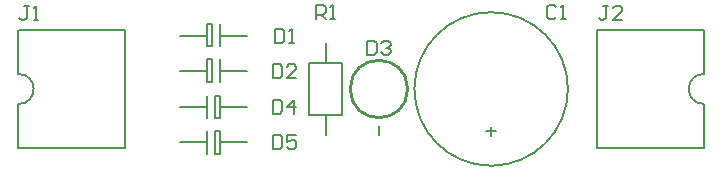
<source format=gto>
G04*
G04 #@! TF.GenerationSoftware,Altium Limited,Altium Designer,24.5.2 (23)*
G04*
G04 Layer_Color=65535*
%FSLAX44Y44*%
%MOMM*%
G71*
G04*
G04 #@! TF.SameCoordinates,F5A7D25A-99A0-49D6-8A03-8BDFA9006FF5*
G04*
G04*
G04 #@! TF.FilePolarity,Positive*
G04*
G01*
G75*
%ADD10C,0.2000*%
%ADD11C,0.2540*%
%ADD12C,0.1500*%
D10*
X475000Y80000D02*
G03*
X475000Y80000I-65000J0D01*
G01*
X10000Y67375D02*
G03*
X10000Y92625I0J12625D01*
G01*
X590000D02*
G03*
X590000Y67375I0J-12625D01*
G01*
X283970Y57750D02*
Y102250D01*
X270000D02*
Y119000D01*
Y41000D02*
Y57750D01*
X256030Y102250D02*
X270000D01*
X256030Y57750D02*
Y102250D01*
Y57750D02*
X283970D01*
X270000Y102250D02*
X283970D01*
X100000Y29750D02*
Y130250D01*
X9750Y29750D02*
X100000D01*
X9905Y130250D02*
X99699D01*
X9750Y92625D02*
Y130250D01*
Y29750D02*
Y67375D01*
X500000Y29750D02*
Y130250D01*
X590250D01*
X500301Y29750D02*
X590095D01*
X590250D02*
Y67375D01*
Y92625D02*
Y130250D01*
X180167Y125000D02*
X203000D01*
X147000D02*
X168500D01*
X180167Y116000D02*
Y135000D01*
X174000Y125000D02*
Y135000D01*
X169500D02*
X174000D01*
X169500Y116000D02*
Y135000D01*
Y116000D02*
X174000D01*
Y125000D01*
X180167Y95000D02*
X203000D01*
X147000D02*
X168500D01*
X180167Y86000D02*
Y105000D01*
X174000Y95000D02*
Y105000D01*
X169500D02*
X174000D01*
X169500Y86000D02*
Y105000D01*
Y86000D02*
X174000D01*
Y95000D01*
X147000Y65000D02*
X169833D01*
X181500D02*
X203000D01*
X169833Y55000D02*
Y74000D01*
X176000Y55000D02*
Y65000D01*
Y55000D02*
X180500D01*
Y74000D01*
X176000D02*
X180500D01*
X176000Y65000D02*
Y74000D01*
X147000Y35000D02*
X169833D01*
X181500D02*
X203000D01*
X169833Y25000D02*
Y44000D01*
X176000Y25000D02*
Y35000D01*
Y25000D02*
X180500D01*
Y44000D01*
X176000D02*
X180500D01*
X176000Y35000D02*
Y44000D01*
X465000Y148999D02*
X463001Y150998D01*
X459002D01*
X457003Y148999D01*
Y141001D01*
X459002Y139002D01*
X463001D01*
X465000Y141001D01*
X468999Y139002D02*
X472997D01*
X470998D01*
Y150998D01*
X468999Y148999D01*
X315000Y41000D02*
Y48998D01*
X225003Y40998D02*
Y29002D01*
X231001D01*
X233001Y31001D01*
Y38999D01*
X231001Y40998D01*
X225003D01*
X244997D02*
X236999D01*
Y35000D01*
X240998Y36999D01*
X242997D01*
X244997Y35000D01*
Y31001D01*
X242997Y29002D01*
X238999D01*
X236999Y31001D01*
X225003Y70998D02*
Y59002D01*
X231001D01*
X233001Y61001D01*
Y68999D01*
X231001Y70998D01*
X225003D01*
X242997Y59002D02*
Y70998D01*
X236999Y65000D01*
X244997D01*
X305003Y120998D02*
Y109002D01*
X311001D01*
X313001Y111001D01*
Y118999D01*
X311001Y120998D01*
X305003D01*
X316999Y118999D02*
X318999Y120998D01*
X322997D01*
X324997Y118999D01*
Y116999D01*
X322997Y115000D01*
X320998D01*
X322997D01*
X324997Y113001D01*
Y111001D01*
X322997Y109002D01*
X318999D01*
X316999Y111001D01*
X225003Y100998D02*
Y89002D01*
X231001D01*
X233001Y91001D01*
Y98999D01*
X231001Y100998D01*
X225003D01*
X244997Y89002D02*
X236999D01*
X244997Y96999D01*
Y98999D01*
X242997Y100998D01*
X238999D01*
X236999Y98999D01*
X227003Y130998D02*
Y119002D01*
X233001D01*
X235000Y121001D01*
Y128999D01*
X233001Y130998D01*
X227003D01*
X238999Y119002D02*
X242997D01*
X240998D01*
Y130998D01*
X238999Y128999D01*
X262003Y139002D02*
Y150998D01*
X268001D01*
X270000Y148999D01*
Y145000D01*
X268001Y143001D01*
X262003D01*
X266001D02*
X270000Y139002D01*
X273999D02*
X277997D01*
X275998D01*
Y150998D01*
X273999Y148999D01*
X509095Y150334D02*
X505097D01*
X507096D01*
Y140337D01*
X505097Y138338D01*
X503097D01*
X501098Y140337D01*
X521091Y138338D02*
X513094D01*
X521091Y146335D01*
Y148335D01*
X519092Y150334D01*
X515093D01*
X513094Y148335D01*
X18621Y150334D02*
X14623D01*
X16622D01*
Y140337D01*
X14623Y138338D01*
X12623D01*
X10624Y140337D01*
X22620Y138338D02*
X26619D01*
X24620D01*
Y150334D01*
X22620Y148335D01*
D11*
X339270Y80000D02*
G03*
X339270Y80000I-24270J0D01*
G01*
D12*
X410000Y40159D02*
Y48158D01*
X405780Y44000D02*
X413780D01*
M02*

</source>
